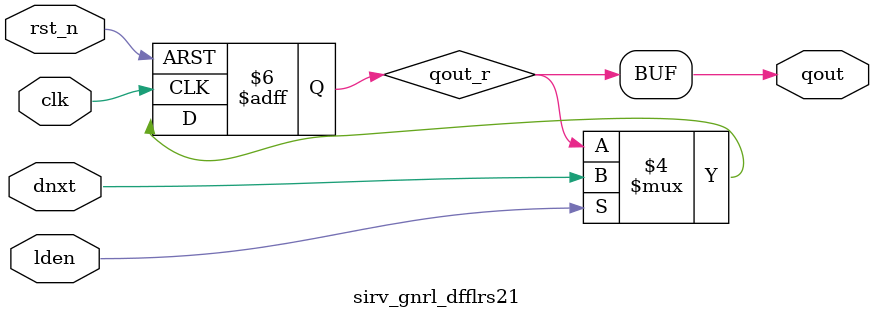
<source format=v>
`timescale 1ns / 1ps
/*                                                                      
 Copyright 2018-2020 Nuclei System Technology, Inc.                
                                                                         
 Licensed under the Apache License, Version 2.0 (the "License");         
 you may not use this file except in compliance with the License.        
 You may obtain a copy of the License at                                 
                                                                         
     http://www.apache.org/licenses/LICENSE-2.0                          
                                                                         
  Unless required by applicable law or agreed to in writing, software    
 distributed under the License is distributed on an "AS IS" BASIS,       
 WITHOUT WARRANTIES OR CONDITIONS OF ANY KIND, either express or implied.
 See the License for the specific language governing permissions and     
 limitations under the License.                                          
 */



//=====================================================================
//
// Designer   : Bob Hu
//
// Description:
//  All of the general DFF and Latch modules
//
// ====================================================================

//


//
// ===========================================================================
//
// Description:
//  Verilog module sirv_gnrl DFF with Load-enable and Reset
//  Default reset value is 1
//
// ===========================================================================

module sirv_gnrl_dfflrs2 #(
    parameter DW = 96
) (

    input           lden,
    input  [DW-1:0] dnxt,
    output [DW-1:0] qout,

    input clk,
    input rst_n
);

  reg [DW-1:0] qout_r;

  always @(posedge clk or negedge rst_n) begin : DFFLRS_PROC
    if (rst_n == 1'b0) qout_r <= {DW{1'b1}};
    else if (lden == 1'b1) qout_r <= #1 dnxt;
  end

  assign qout = qout_r;
  /*
`ifndef FPGA_SOURCE//{
`ifndef DISABLE_SV_ASSERTION//{
//synopsys translate_off
sirv_gnrl_xchecker # (
  .DW(1)
) sirv_gnrl_xchecker(
  .i_dat(lden),
  .clk  (clk)
);
//synopsys translate_on
`endif//}
`endif//}
  */

endmodule


module sirv_gnrl_dfflrs21 #(
    parameter DW = 1
) (

    input           lden,
    input  dnxt,
    output  qout,

    input clk,
    input rst_n
);

  reg qout_r;

  always @(posedge clk or negedge rst_n) begin : DFFLRS_PROC
    if (rst_n == 1'b0) qout_r <= 1'b1;
    else if (lden == 1'b1) qout_r <= #1 dnxt;
  end

  assign qout = qout_r;
  /*
`ifndef FPGA_SOURCE//{
`ifndef DISABLE_SV_ASSERTION//{
//synopsys translate_off
sirv_gnrl_xchecker # (
  .DW(1)
) sirv_gnrl_xchecker(
  .i_dat(lden),
  .clk  (clk)
);
//synopsys translate_on
`endif//}
`endif//}
  */

endmodule


</source>
